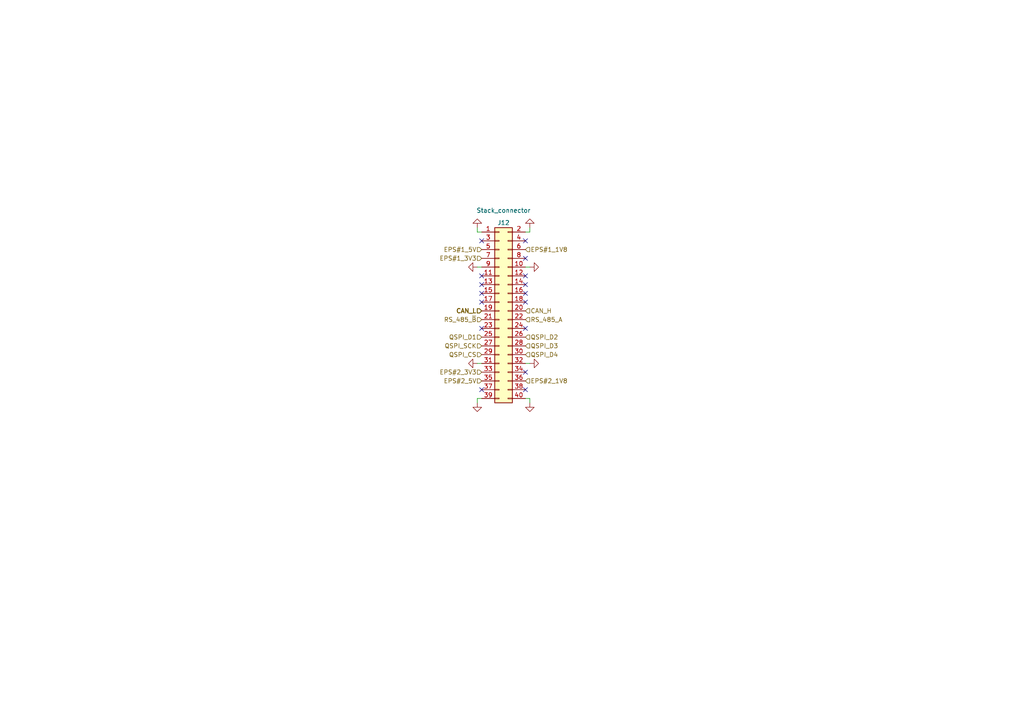
<source format=kicad_sch>
(kicad_sch (version 20210621) (generator eeschema)
  (paper "A4")
  (title_block (title "BUTCube - EPS") (date "2021-06-01") (rev "v1.0") (company "VUT - FIT(STRaDe) & FME(IAE & IPE)") (comment 1 "Author: Petr Malaník"))
  (lib_symbols
    (symbol "Connector_Generic:Conn_02x20_Odd_Even" (pin_names (offset 1.016) hide)
      (property "Reference" "J" (at 1.27 25.4 0))
      (property "Value" "Conn_02x20_Odd_Even" (at 1.27 -27.94 0))
      (symbol "Conn_02x20_Odd_Even_1_1"
        (rectangle (start -1.27 -25.273) (end 0 -25.527) (stroke (width 0.1524)))
        (rectangle (start -1.27 -22.733) (end 0 -22.987) (stroke (width 0.1524)))
        (rectangle (start -1.27 -20.193) (end 0 -20.447) (stroke (width 0.1524)))
        (rectangle (start -1.27 -17.653) (end 0 -17.907) (stroke (width 0.1524)))
        (rectangle (start -1.27 -15.113) (end 0 -15.367) (stroke (width 0.1524)))
        (rectangle (start -1.27 -12.573) (end 0 -12.827) (stroke (width 0.1524)))
        (rectangle (start -1.27 -10.033) (end 0 -10.287) (stroke (width 0.1524)))
        (rectangle (start -1.27 -7.493) (end 0 -7.747) (stroke (width 0.1524)))
        (rectangle (start -1.27 -4.953) (end 0 -5.207) (stroke (width 0.1524)))
        (rectangle (start -1.27 -2.413) (end 0 -2.667) (stroke (width 0.1524)))
        (rectangle (start -1.27 0.127) (end 0 -0.127) (stroke (width 0.1524)))
        (rectangle (start -1.27 2.667) (end 0 2.413) (stroke (width 0.1524)))
        (rectangle (start -1.27 5.207) (end 0 4.953) (stroke (width 0.1524)))
        (rectangle (start -1.27 7.747) (end 0 7.493) (stroke (width 0.1524)))
        (rectangle (start -1.27 10.287) (end 0 10.033) (stroke (width 0.1524)))
        (rectangle (start -1.27 12.827) (end 0 12.573) (stroke (width 0.1524)))
        (rectangle (start -1.27 15.367) (end 0 15.113) (stroke (width 0.1524)))
        (rectangle (start -1.27 17.907) (end 0 17.653) (stroke (width 0.1524)))
        (rectangle (start -1.27 20.447) (end 0 20.193) (stroke (width 0.1524)))
        (rectangle (start -1.27 22.987) (end 0 22.733) (stroke (width 0.1524)))
        (rectangle (start 3.81 -25.273) (end 2.54 -25.527) (stroke (width 0.1524)))
        (rectangle (start 3.81 -22.733) (end 2.54 -22.987) (stroke (width 0.1524)))
        (rectangle (start 3.81 -20.193) (end 2.54 -20.447) (stroke (width 0.1524)))
        (rectangle (start 3.81 -17.653) (end 2.54 -17.907) (stroke (width 0.1524)))
        (rectangle (start 3.81 -15.113) (end 2.54 -15.367) (stroke (width 0.1524)))
        (rectangle (start 3.81 -12.573) (end 2.54 -12.827) (stroke (width 0.1524)))
        (rectangle (start 3.81 -10.033) (end 2.54 -10.287) (stroke (width 0.1524)))
        (rectangle (start 3.81 -7.493) (end 2.54 -7.747) (stroke (width 0.1524)))
        (rectangle (start 3.81 -4.953) (end 2.54 -5.207) (stroke (width 0.1524)))
        (rectangle (start 3.81 -2.413) (end 2.54 -2.667) (stroke (width 0.1524)))
        (rectangle (start 3.81 0.127) (end 2.54 -0.127) (stroke (width 0.1524)))
        (rectangle (start 3.81 2.667) (end 2.54 2.413) (stroke (width 0.1524)))
        (rectangle (start 3.81 5.207) (end 2.54 4.953) (stroke (width 0.1524)))
        (rectangle (start 3.81 7.747) (end 2.54 7.493) (stroke (width 0.1524)))
        (rectangle (start 3.81 10.287) (end 2.54 10.033) (stroke (width 0.1524)))
        (rectangle (start 3.81 12.827) (end 2.54 12.573) (stroke (width 0.1524)))
        (rectangle (start 3.81 15.367) (end 2.54 15.113) (stroke (width 0.1524)))
        (rectangle (start 3.81 17.907) (end 2.54 17.653) (stroke (width 0.1524)))
        (rectangle (start 3.81 20.447) (end 2.54 20.193) (stroke (width 0.1524)))
        (rectangle (start 3.81 22.987) (end 2.54 22.733) (stroke (width 0.1524)))
        (rectangle (start -1.27 24.13) (end 3.81 -26.67) (stroke (width 0.254)) (fill (type background)))
        (pin passive line (at -5.08 22.86 0) (length 3.81) (name "Pin_1") (number "1"))
        (pin passive line (at 7.62 12.7 180) (length 3.81) (name "Pin_10") (number "10"))
        (pin passive line (at -5.08 10.16 0) (length 3.81) (name "Pin_11") (number "11"))
        (pin passive line (at 7.62 10.16 180) (length 3.81) (name "Pin_12") (number "12"))
        (pin passive line (at -5.08 7.62 0) (length 3.81) (name "Pin_13") (number "13"))
        (pin passive line (at 7.62 7.62 180) (length 3.81) (name "Pin_14") (number "14"))
        (pin passive line (at -5.08 5.08 0) (length 3.81) (name "Pin_15") (number "15"))
        (pin passive line (at 7.62 5.08 180) (length 3.81) (name "Pin_16") (number "16"))
        (pin passive line (at -5.08 2.54 0) (length 3.81) (name "Pin_17") (number "17"))
        (pin passive line (at 7.62 2.54 180) (length 3.81) (name "Pin_18") (number "18"))
        (pin passive line (at -5.08 0 0) (length 3.81) (name "Pin_19") (number "19"))
        (pin passive line (at 7.62 22.86 180) (length 3.81) (name "Pin_2") (number "2"))
        (pin passive line (at 7.62 0 180) (length 3.81) (name "Pin_20") (number "20"))
        (pin passive line (at -5.08 -2.54 0) (length 3.81) (name "Pin_21") (number "21"))
        (pin passive line (at 7.62 -2.54 180) (length 3.81) (name "Pin_22") (number "22"))
        (pin passive line (at -5.08 -5.08 0) (length 3.81) (name "Pin_23") (number "23"))
        (pin passive line (at 7.62 -5.08 180) (length 3.81) (name "Pin_24") (number "24"))
        (pin passive line (at -5.08 -7.62 0) (length 3.81) (name "Pin_25") (number "25"))
        (pin passive line (at 7.62 -7.62 180) (length 3.81) (name "Pin_26") (number "26"))
        (pin passive line (at -5.08 -10.16 0) (length 3.81) (name "Pin_27") (number "27"))
        (pin passive line (at 7.62 -10.16 180) (length 3.81) (name "Pin_28") (number "28"))
        (pin passive line (at -5.08 -12.7 0) (length 3.81) (name "Pin_29") (number "29"))
        (pin passive line (at -5.08 20.32 0) (length 3.81) (name "Pin_3") (number "3"))
        (pin passive line (at 7.62 -12.7 180) (length 3.81) (name "Pin_30") (number "30"))
        (pin passive line (at -5.08 -15.24 0) (length 3.81) (name "Pin_31") (number "31"))
        (pin passive line (at 7.62 -15.24 180) (length 3.81) (name "Pin_32") (number "32"))
        (pin passive line (at -5.08 -17.78 0) (length 3.81) (name "Pin_33") (number "33"))
        (pin passive line (at 7.62 -17.78 180) (length 3.81) (name "Pin_34") (number "34"))
        (pin passive line (at -5.08 -20.32 0) (length 3.81) (name "Pin_35") (number "35"))
        (pin passive line (at 7.62 -20.32 180) (length 3.81) (name "Pin_36") (number "36"))
        (pin passive line (at -5.08 -22.86 0) (length 3.81) (name "Pin_37") (number "37"))
        (pin passive line (at 7.62 -22.86 180) (length 3.81) (name "Pin_38") (number "38"))
        (pin passive line (at -5.08 -25.4 0) (length 3.81) (name "Pin_39") (number "39"))
        (pin passive line (at 7.62 20.32 180) (length 3.81) (name "Pin_4") (number "4"))
        (pin passive line (at 7.62 -25.4 180) (length 3.81) (name "Pin_40") (number "40"))
        (pin passive line (at -5.08 17.78 0) (length 3.81) (name "Pin_5") (number "5"))
        (pin passive line (at 7.62 17.78 180) (length 3.81) (name "Pin_6") (number "6"))
        (pin passive line (at -5.08 15.24 0) (length 3.81) (name "Pin_7") (number "7"))
        (pin passive line (at 7.62 15.24 180) (length 3.81) (name "Pin_8") (number "8"))
        (pin passive line (at -5.08 12.7 0) (length 3.81) (name "Pin_9") (number "9"))
      )
    )
    (symbol "power:GND" (power) (pin_names (offset 0))
      (property "Value" "GND" (at 0 -3.81 0))
      (symbol "GND_0_1"
        (polyline (pts (xy 0 0) (xy 0 -1.27) (xy 1.27 -1.27) (xy 0 -2.54) (xy -1.27 -1.27) (xy 0 -1.27)))
      )
      (symbol "GND_1_1"
        (pin power_in line (at 0 0 270) (length 0) hide (name "GND") (number "1"))
      )
    )
  )
  (no_connect (at 139.7 69.85))
  (no_connect (at 139.7 80.01))
  (no_connect (at 139.7 82.55))
  (no_connect (at 139.7 85.09))
  (no_connect (at 139.7 87.63))
  (no_connect (at 139.7 95.25))
  (no_connect (at 139.7 113.03))
  (no_connect (at 152.4 69.85))
  (no_connect (at 152.4 74.93))
  (no_connect (at 152.4 80.01))
  (no_connect (at 152.4 82.55))
  (no_connect (at 152.4 85.09))
  (no_connect (at 152.4 87.63))
  (no_connect (at 152.4 95.25))
  (no_connect (at 152.4 107.95))
  (no_connect (at 152.4 113.03))
  (wire (pts (xy 138.43 66.04) (xy 138.43 67.31)))
  (wire (pts (xy 138.43 67.31) (xy 139.7 67.31)))
  (wire (pts (xy 138.43 115.57) (xy 139.7 115.57)))
  (wire (pts (xy 138.43 116.84) (xy 138.43 115.57)))
  (wire (pts (xy 139.7 77.47) (xy 138.43 77.47)))
  (wire (pts (xy 139.7 105.41) (xy 138.43 105.41)))
  (wire (pts (xy 152.4 67.31) (xy 153.67 67.31)))
  (wire (pts (xy 152.4 77.47) (xy 153.67 77.47)))
  (wire (pts (xy 152.4 105.41) (xy 153.67 105.41)))
  (wire (pts (xy 152.4 115.57) (xy 153.67 115.57)))
  (wire (pts (xy 153.67 67.31) (xy 153.67 66.04)))
  (wire (pts (xy 153.67 115.57) (xy 153.67 116.84)))
  (hierarchical_label "EPS#1_5V" (shape input) (at 139.7 72.39 180))
  (hierarchical_label "EPS#1_3V3" (shape input) (at 139.7 74.93 180))
  (hierarchical_label "CAN_L" (shape input) (at 139.7 90.17 180) (effects (font (thickness 0.254))))
  (hierarchical_label "RS_485_~{B}" (shape input) (at 139.7 92.71 180))
  (hierarchical_label "QSPI_D1" (shape input) (at 139.7 97.79 180))
  (hierarchical_label "QSPI_SCK" (shape input) (at 139.7 100.33 180))
  (hierarchical_label "QSPI_CS" (shape input) (at 139.7 102.87 180))
  (hierarchical_label "EPS#2_3V3" (shape input) (at 139.7 107.95 180))
  (hierarchical_label "EPS#2_5V" (shape input) (at 139.7 110.49 180))
  (hierarchical_label "EPS#1_1V8" (shape input) (at 152.4 72.39 0))
  (hierarchical_label "CAN_H" (shape input) (at 152.4 90.17 0))
  (hierarchical_label "RS_485_A" (shape input) (at 152.4 92.71 0))
  (hierarchical_label "QSPI_D2" (shape input) (at 152.4 97.79 0))
  (hierarchical_label "QSPI_D3" (shape input) (at 152.4 100.33 0))
  (hierarchical_label "QSPI_D4" (shape input) (at 152.4 102.87 0))
  (hierarchical_label "EPS#2_1V8" (shape input) (at 152.4 110.49 0))
  (symbol (lib_id "power:GND") (at 138.43 66.04 180) (unit 1)
    (property "Reference" "#PWR096" (effects hide))
    (property "Value" "GND" (effects hide))
  )
  (symbol (lib_id "power:GND") (at 138.43 77.47 270) (unit 1)
    (property "Reference" "#PWR097" (effects hide))
    (property "Value" "GND" (effects hide))
  )
  (symbol (lib_id "power:GND") (at 138.43 105.41 270) (unit 1)
    (property "Reference" "#PWR098" (effects hide))
    (property "Value" "GND" (effects hide))
  )
  (symbol (lib_id "power:GND") (at 138.43 116.84 0) (unit 1)
    (property "Reference" "#PWR099" (effects hide))
    (property "Value" "GND" (effects hide))
  )
  (symbol (lib_id "power:GND") (at 153.67 66.04 180) (unit 1)
    (property "Reference" "#PWR0100" (effects hide))
    (property "Value" "GND" (effects hide))
  )
  (symbol (lib_id "power:GND") (at 153.67 77.47 90) (unit 1)
    (property "Reference" "#PWR0101" (effects hide))
    (property "Value" "GND" (effects hide))
  )
  (symbol (lib_id "power:GND") (at 153.67 105.41 90) (unit 1)
    (property "Reference" "#PWR0102" (effects hide))
    (property "Value" "GND" (effects hide))
  )
  (symbol (lib_id "power:GND") (at 153.67 116.84 0) (unit 1)
    (property "Reference" "#PWR0103" (effects hide))
    (property "Value" "GND" (effects hide))
  )
  (symbol (lib_id "Connector_Generic:Conn_02x20_Odd_Even") (at 144.78 90.17 0) (unit 1)
    (property "Reference" "J12" (at 146.05 64.6134 0))
    (property "Value" "Stack_connector" (at 146.05 61.0385 0))
    (property "Footprint" "Connector_PinSocket_2.54mm:PinSocket_2x20_P2.54mm_Vertical" (effects hide))
  )
)
</source>
